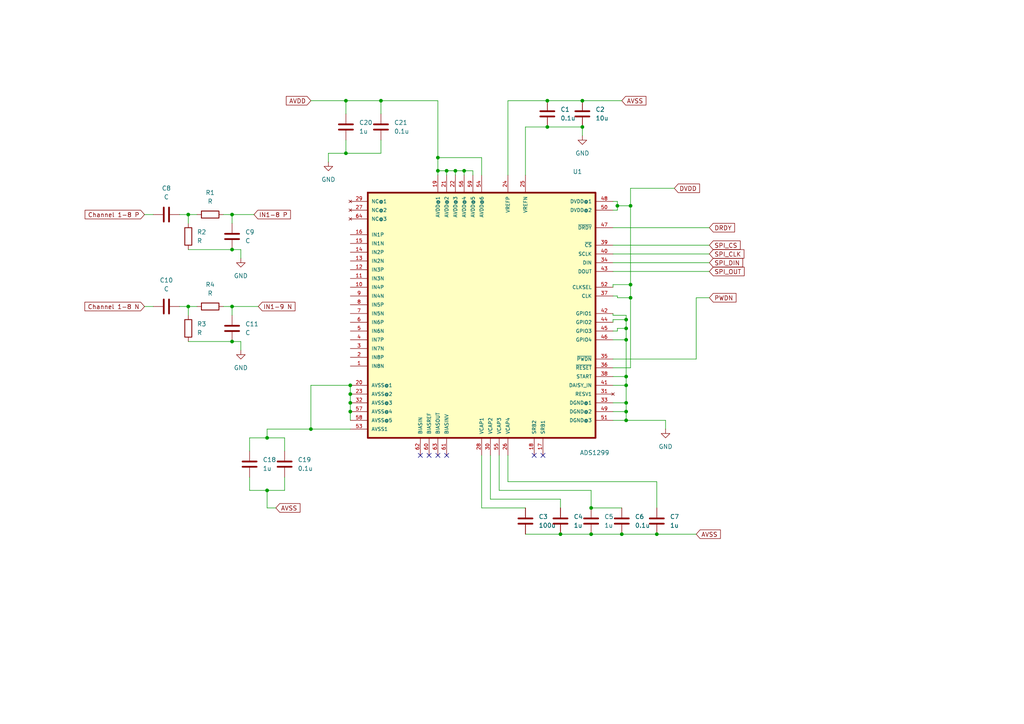
<source format=kicad_sch>
(kicad_sch (version 20231120) (generator "eeschema") (generator_version "8.0")
  (paper "A4")
  (lib_symbols
    (symbol "ADS1299:ADS1299" (pin_names (offset 1.016))
      (property "Reference" "U" (at -17.272 15.24 0))
      (property "Value" "ADS1299" (at -16.764 -17.018 0))
      (symbol "ADS1299_0_0"
        (rectangle (start -33.782 -36.068) (end 32.258 35.052) (stroke (width 0.508)) (fill (type background)))
        (pin input line (at -38.862 -15.24 0) (length 5.08) (name "IN8N") (number "1"))
        (pin input line (at -38.862 7.62 0) (length 5.08) (name "IN4P") (number "10"))
        (pin input line (at -38.862 10.16 0) (length 5.08) (name "IN3N") (number "11"))
        (pin input line (at -38.862 12.7 0) (length 5.08) (name "IN3P") (number "12"))
        (pin input line (at -38.862 15.24 0) (length 5.08) (name "IN2N") (number "13"))
        (pin input line (at -38.862 17.78 0) (length 5.08) (name "IN2P") (number "14"))
        (pin input line (at -38.862 20.32 0) (length 5.08) (name "IN1N") (number "15"))
        (pin input line (at -38.862 22.86 0) (length 5.08) (name "IN1P") (number "16"))
        (pin output line (at 17.018 -41.148 90) (length 5.08) (name "SRB1") (number "17"))
        (pin output line (at 14.478 -41.148 90) (length 5.08) (name "SRB2") (number "18"))
        (pin power_in line (at -13.462 40.132 270) (length 5.08) (name "AVDD@1") (number "19"))
        (pin input line (at -38.862 -12.7 0) (length 5.08) (name "IN8P") (number "2"))
        (pin power_in line (at -38.862 -20.828 0) (length 5.08) (name "AVSS@1") (number "20"))
        (pin power_in line (at -10.922 40.132 270) (length 5.08) (name "AVDD@2") (number "21"))
        (pin power_in line (at -8.382 40.132 270) (length 5.08) (name "AVDD@3") (number "22"))
        (pin power_in line (at -38.862 -23.368 0) (length 5.08) (name "AVSS@2") (number "23"))
        (pin bidirectional line (at 6.858 40.132 270) (length 5.08) (name "VREFP") (number "24"))
        (pin bidirectional line (at 11.938 40.132 270) (length 5.08) (name "VREFN") (number "25"))
        (pin bidirectional line (at 6.858 -41.148 90) (length 5.08) (name "VCAP4") (number "26"))
        (pin no_connect line (at -38.862 29.972 0) (length 5.08) (name "NC@2") (number "27"))
        (pin bidirectional line (at -0.762 -41.148 90) (length 5.08) (name "VCAP1") (number "28"))
        (pin no_connect line (at -38.862 32.512 0) (length 5.08) (name "NC@1") (number "29"))
        (pin input line (at -38.862 -10.16 0) (length 5.08) (name "IN7N") (number "3"))
        (pin bidirectional line (at 1.778 -41.148 90) (length 5.08) (name "VCAP2") (number "30"))
        (pin no_connect line (at 37.338 -23.368 180) (length 5.08) (name "RESV1") (number "31"))
        (pin power_in line (at -38.862 -25.908 0) (length 5.08) (name "AVSS@3") (number "32"))
        (pin power_in line (at 37.338 -25.908 180) (length 5.08) (name "DGND@1") (number "33"))
        (pin input line (at 37.338 14.732 180) (length 5.08) (name "DIN") (number "34"))
        (pin input line (at 37.338 -13.208 180) (length 5.08) (name "~{PWDN}") (number "35"))
        (pin input line (at 37.338 -15.748 180) (length 5.08) (name "~{RESET}") (number "36"))
        (pin input line (at 37.338 5.08 180) (length 5.08) (name "CLK") (number "37"))
        (pin input line (at 37.338 -18.288 180) (length 5.08) (name "START") (number "38"))
        (pin input line (at 37.338 19.812 180) (length 5.08) (name "~{CS}") (number "39"))
        (pin input line (at -38.862 -7.62 0) (length 5.08) (name "IN7P") (number "4"))
        (pin input line (at 37.338 17.272 180) (length 5.08) (name "SCLK") (number "40"))
        (pin input line (at 37.338 -20.828 180) (length 5.08) (name "DAISY_IN") (number "41"))
        (pin bidirectional line (at 37.338 0 180) (length 5.08) (name "GPIO1") (number "42"))
        (pin output line (at 37.338 12.192 180) (length 5.08) (name "DOUT") (number "43"))
        (pin bidirectional line (at 37.338 -2.54 180) (length 5.08) (name "GPIO2") (number "44"))
        (pin bidirectional line (at 37.338 -5.08 180) (length 5.08) (name "GPIO3") (number "45"))
        (pin bidirectional line (at 37.338 -7.62 180) (length 5.08) (name "GPIO4") (number "46"))
        (pin output line (at 37.338 24.892 180) (length 5.08) (name "~{DRDY}") (number "47"))
        (pin power_in line (at 37.338 32.512 180) (length 5.08) (name "DVDD@1") (number "48"))
        (pin power_in line (at 37.338 -28.448 180) (length 5.08) (name "DGND@2") (number "49"))
        (pin input line (at -38.862 -5.08 0) (length 5.08) (name "IN6N") (number "5"))
        (pin power_in line (at 37.338 29.972 180) (length 5.08) (name "DVDD@2") (number "50"))
        (pin power_in line (at 37.338 -30.988 180) (length 5.08) (name "DGND@3") (number "51"))
        (pin input line (at 37.338 7.62 180) (length 5.08) (name "CLKSEL") (number "52"))
        (pin power_in line (at -38.862 -33.528 0) (length 5.08) (name "AVSS1") (number "53"))
        (pin power_in line (at -0.762 40.132 270) (length 5.08) (name "AVDD@6") (number "54"))
        (pin bidirectional line (at 4.318 -41.148 90) (length 5.08) (name "VCAP3") (number "55"))
        (pin power_in line (at -5.842 40.132 270) (length 5.08) (name "AVDD@4") (number "56"))
        (pin power_in line (at -38.862 -28.448 0) (length 5.08) (name "AVSS@4") (number "57"))
        (pin power_in line (at -38.862 -30.988 0) (length 5.08) (name "AVSS@5") (number "58"))
        (pin power_in line (at -3.302 40.132 270) (length 5.08) (name "AVDD@5") (number "59"))
        (pin input line (at -38.862 -2.54 0) (length 5.08) (name "IN6P") (number "6"))
        (pin input line (at -16.002 -41.148 90) (length 5.08) (name "BIASREF") (number "60"))
        (pin bidirectional line (at -10.922 -41.148 90) (length 5.08) (name "BIASINV") (number "61"))
        (pin input line (at -18.542 -41.148 90) (length 5.08) (name "BIASIN") (number "62"))
        (pin output line (at -13.462 -41.148 90) (length 5.08) (name "BIASOUT") (number "63"))
        (pin no_connect line (at -38.862 27.432 0) (length 5.08) (name "NC@3") (number "64"))
        (pin input line (at -38.862 0 0) (length 5.08) (name "IN5N") (number "7"))
        (pin input line (at -38.862 2.54 0) (length 5.08) (name "IN5P") (number "8"))
        (pin input line (at -38.862 5.08 0) (length 5.08) (name "IN4N") (number "9"))
      )
    )
    (symbol "Device:C" (pin_numbers hide) (pin_names (offset 0.254))
      (property "Reference" "C" (at 0.635 2.54 0))
      (property "Value" "C" (at 0.635 -2.54 0))
      (symbol "C_0_1"
        (polyline (pts (xy -2.032 -0.762) (xy 2.032 -0.762)) (stroke (width 0.508)))
        (polyline (pts (xy -2.032 0.762) (xy 2.032 0.762)) (stroke (width 0.508)))
      )
      (symbol "C_1_1"
        (pin passive line (at 0 3.81 270) (length 2.794) (name "~") (number "1"))
        (pin passive line (at 0 -3.81 90) (length 2.794) (name "~") (number "2"))
      )
    )
    (symbol "Device:R" (pin_numbers hide) (pin_names (offset 0))
      (property "Reference" "R" (at 2.032 0 90))
      (property "Value" "R" (at 0 0 90))
      (symbol "R_0_1"
        (rectangle (start -1.016 -2.54) (end 1.016 2.54) (stroke (width 0.254)))
      )
      (symbol "R_1_1"
        (pin passive line (at 0 3.81 270) (length 1.27) (name "~") (number "1"))
        (pin passive line (at 0 -3.81 90) (length 1.27) (name "~") (number "2"))
      )
    )
    (symbol "power:GND" (power) (pin_numbers hide) (pin_names (offset 0) hide)
      (property "Value" "GND" (at 0 -3.81 0))
      (symbol "GND_0_1"
        (polyline (pts (xy 0 0) (xy 0 -1.27) (xy 1.27 -1.27) (xy 0 -2.54) (xy -1.27 -1.27) (xy 0 -1.27)))
      )
      (symbol "GND_1_1"
        (pin power_in line (at 0 0 270) (length 0) (name "~") (number "1"))
      )
    )
  )
  (junction (at 190.5 154.94))
  (junction (at 67.31 88.9))
  (junction (at 77.47 142.24))
  (junction (at 181.61 119.38))
  (junction (at 182.88 82.55))
  (junction (at 100.33 29.21))
  (junction (at 182.88 86.36))
  (junction (at 127 49.53))
  (junction (at 110.49 29.21))
  (junction (at 168.91 36.83))
  (junction (at 67.31 99.06))
  (junction (at 181.61 92.71))
  (junction (at 67.31 62.23))
  (junction (at 181.61 109.22))
  (junction (at 100.33 44.45))
  (junction (at 181.61 116.84))
  (junction (at 132.08 49.53))
  (junction (at 134.62 49.53))
  (junction (at 77.47 127))
  (junction (at 168.91 29.21))
  (junction (at 101.6 111.76))
  (junction (at 129.54 49.53))
  (junction (at 101.6 119.38))
  (junction (at 180.34 154.94))
  (junction (at 90.17 124.46))
  (junction (at 181.61 95.25))
  (junction (at 158.75 29.21))
  (junction (at 54.61 62.23))
  (junction (at 181.61 121.92))
  (junction (at 162.56 154.94))
  (junction (at 158.75 36.83))
  (junction (at 181.61 98.552))
  (junction (at 182.88 59.69))
  (junction (at 67.31 72.39))
  (junction (at 54.61 88.9))
  (junction (at 171.45 147.32))
  (junction (at 101.6 114.3))
  (junction (at 179.07 59.69))
  (junction (at 181.61 111.76))
  (junction (at 127 45.72))
  (junction (at 101.6 116.84))
  (junction (at 171.45 154.94))
  (no_connect (at 127 132.08))
  (no_connect (at 121.92 132.08))
  (no_connect (at 124.46 132.08))
  (no_connect (at 157.48 132.08))
  (no_connect (at 129.54 132.08))
  (no_connect (at 154.94 132.08))
  (wire (pts (xy 72.39 127) (xy 77.47 127)))
  (wire (pts (xy 181.61 111.76) (xy 181.61 116.84)))
  (wire (pts (xy 181.61 95.25) (xy 179.07 95.25)))
  (wire (pts (xy 142.24 132.08) (xy 142.24 144.78)))
  (wire (pts (xy 147.32 50.8) (xy 147.32 29.21)))
  (wire (pts (xy 129.54 50.8) (xy 129.54 49.53)))
  (wire (pts (xy 171.45 147.32) (xy 180.34 147.32)))
  (wire (pts (xy 67.31 62.23) (xy 73.66 62.23)))
  (wire (pts (xy 67.31 91.44) (xy 67.31 88.9)))
  (wire (pts (xy 101.6 111.76) (xy 90.17 111.76)))
  (wire (pts (xy 162.56 144.78) (xy 162.56 147.32)))
  (wire (pts (xy 101.6 111.76) (xy 101.6 114.3)))
  (wire (pts (xy 127 50.8) (xy 127 49.53)))
  (wire (pts (xy 90.17 111.76) (xy 90.17 124.46)))
  (wire (pts (xy 177.8 106.68) (xy 182.88 106.68)))
  (wire (pts (xy 177.8 66.04) (xy 205.74 66.04)))
  (wire (pts (xy 72.39 142.24) (xy 77.47 142.24)))
  (wire (pts (xy 182.88 54.61) (xy 195.58 54.61)))
  (wire (pts (xy 110.49 29.21) (xy 110.49 33.02)))
  (wire (pts (xy 182.88 106.68) (xy 182.88 86.36)))
  (wire (pts (xy 181.61 109.22) (xy 181.61 111.76)))
  (wire (pts (xy 177.8 111.76) (xy 181.61 111.76)))
  (wire (pts (xy 147.32 132.08) (xy 147.32 139.7)))
  (wire (pts (xy 129.54 49.53) (xy 127 49.53)))
  (wire (pts (xy 152.4 36.83) (xy 158.75 36.83)))
  (wire (pts (xy 180.34 154.94) (xy 190.5 154.94)))
  (wire (pts (xy 54.61 62.23) (xy 54.61 64.77)))
  (wire (pts (xy 181.61 98.552) (xy 181.61 109.22)))
  (wire (pts (xy 52.07 62.23) (xy 54.61 62.23)))
  (wire (pts (xy 193.04 121.92) (xy 193.04 124.46)))
  (wire (pts (xy 179.07 86.36) (xy 179.07 85.852)))
  (wire (pts (xy 168.91 36.83) (xy 168.91 39.37)))
  (wire (pts (xy 101.6 119.38) (xy 101.6 121.92)))
  (wire (pts (xy 52.07 88.9) (xy 54.61 88.9)))
  (wire (pts (xy 127 45.72) (xy 127 49.53)))
  (wire (pts (xy 134.62 50.8) (xy 134.62 49.53)))
  (wire (pts (xy 152.4 154.94) (xy 162.56 154.94)))
  (wire (pts (xy 139.7 50.8) (xy 139.7 45.72)))
  (wire (pts (xy 67.31 62.23) (xy 64.77 62.23)))
  (wire (pts (xy 137.16 49.53) (xy 134.62 49.53)))
  (wire (pts (xy 190.5 154.94) (xy 201.93 154.94)))
  (wire (pts (xy 179.07 86.36) (xy 182.88 86.36)))
  (wire (pts (xy 110.49 40.64) (xy 110.49 44.45)))
  (wire (pts (xy 171.45 154.94) (xy 180.34 154.94)))
  (wire (pts (xy 190.5 139.7) (xy 190.5 147.32)))
  (wire (pts (xy 182.88 86.36) (xy 182.88 82.55)))
  (wire (pts (xy 100.33 44.45) (xy 110.49 44.45)))
  (wire (pts (xy 139.7 147.32) (xy 152.4 147.32)))
  (wire (pts (xy 132.08 50.8) (xy 132.08 49.53)))
  (wire (pts (xy 147.32 29.21) (xy 158.75 29.21)))
  (wire (pts (xy 147.32 139.7) (xy 190.5 139.7)))
  (wire (pts (xy 80.01 147.32) (xy 77.47 147.32)))
  (wire (pts (xy 95.25 44.45) (xy 95.25 46.99)))
  (wire (pts (xy 101.6 114.3) (xy 101.6 116.84)))
  (wire (pts (xy 177.8 119.38) (xy 181.61 119.38)))
  (wire (pts (xy 179.07 59.69) (xy 179.07 58.42)))
  (wire (pts (xy 67.31 72.39) (xy 69.85 72.39)))
  (wire (pts (xy 67.31 64.77) (xy 67.31 62.23)))
  (wire (pts (xy 77.47 127) (xy 82.55 127)))
  (wire (pts (xy 177.8 91.44) (xy 177.8 90.932)))
  (wire (pts (xy 177.8 92.71) (xy 181.61 92.71)))
  (wire (pts (xy 179.07 60.96) (xy 179.07 59.69)))
  (wire (pts (xy 67.31 88.9) (xy 74.93 88.9)))
  (wire (pts (xy 177.8 91.44) (xy 181.61 91.44)))
  (wire (pts (xy 69.85 99.06) (xy 69.85 101.6)))
  (wire (pts (xy 181.61 95.25) (xy 181.61 98.552)))
  (wire (pts (xy 41.91 88.9) (xy 44.45 88.9)))
  (wire (pts (xy 181.61 91.44) (xy 181.61 92.71)))
  (wire (pts (xy 100.33 29.21) (xy 110.49 29.21)))
  (wire (pts (xy 127 29.21) (xy 127 45.72)))
  (wire (pts (xy 177.8 71.12) (xy 205.74 71.12)))
  (wire (pts (xy 201.93 86.36) (xy 205.74 86.36)))
  (wire (pts (xy 179.07 96.012) (xy 177.8 96.012)))
  (wire (pts (xy 142.24 144.78) (xy 162.56 144.78)))
  (wire (pts (xy 41.91 62.23) (xy 44.45 62.23)))
  (wire (pts (xy 100.33 40.64) (xy 100.33 44.45)))
  (wire (pts (xy 100.33 44.45) (xy 95.25 44.45)))
  (wire (pts (xy 54.61 99.06) (xy 67.31 99.06)))
  (wire (pts (xy 67.31 99.06) (xy 69.85 99.06)))
  (wire (pts (xy 77.47 124.46) (xy 77.47 127)))
  (wire (pts (xy 182.88 82.55) (xy 182.88 59.69)))
  (wire (pts (xy 54.61 62.23) (xy 57.15 62.23)))
  (wire (pts (xy 179.07 59.69) (xy 182.88 59.69)))
  (wire (pts (xy 182.88 59.69) (xy 182.88 54.61)))
  (wire (pts (xy 177.8 109.22) (xy 181.61 109.22)))
  (wire (pts (xy 158.75 36.83) (xy 168.91 36.83)))
  (wire (pts (xy 144.78 132.08) (xy 144.78 142.24)))
  (wire (pts (xy 90.17 29.21) (xy 100.33 29.21)))
  (wire (pts (xy 110.49 29.21) (xy 127 29.21)))
  (wire (pts (xy 181.61 116.84) (xy 181.61 119.38)))
  (wire (pts (xy 179.07 58.42) (xy 177.8 58.42)))
  (wire (pts (xy 177.8 60.96) (xy 179.07 60.96)))
  (wire (pts (xy 158.75 29.21) (xy 168.91 29.21)))
  (wire (pts (xy 77.47 142.24) (xy 77.47 147.32)))
  (wire (pts (xy 177.8 78.74) (xy 205.74 78.74)))
  (wire (pts (xy 179.07 95.25) (xy 179.07 96.012)))
  (wire (pts (xy 171.45 142.24) (xy 171.45 147.32)))
  (wire (pts (xy 177.8 92.71) (xy 177.8 93.472)))
  (wire (pts (xy 67.31 88.9) (xy 64.77 88.9)))
  (wire (pts (xy 162.56 154.94) (xy 171.45 154.94)))
  (wire (pts (xy 139.7 132.08) (xy 139.7 147.32)))
  (wire (pts (xy 132.08 49.53) (xy 129.54 49.53)))
  (wire (pts (xy 139.7 45.72) (xy 127 45.72)))
  (wire (pts (xy 177.8 104.14) (xy 201.93 104.14)))
  (wire (pts (xy 181.61 98.552) (xy 177.8 98.552)))
  (wire (pts (xy 177.8 82.55) (xy 177.8 83.312)))
  (wire (pts (xy 54.61 72.39) (xy 67.31 72.39)))
  (wire (pts (xy 177.8 121.92) (xy 181.61 121.92)))
  (wire (pts (xy 177.8 76.2) (xy 205.74 76.2)))
  (wire (pts (xy 181.61 119.38) (xy 181.61 121.92)))
  (wire (pts (xy 100.33 33.02) (xy 100.33 29.21)))
  (wire (pts (xy 82.55 127) (xy 82.55 130.81)))
  (wire (pts (xy 201.93 104.14) (xy 201.93 86.36)))
  (wire (pts (xy 181.61 121.92) (xy 193.04 121.92)))
  (wire (pts (xy 168.91 29.21) (xy 180.34 29.21)))
  (wire (pts (xy 182.88 82.55) (xy 177.8 82.55)))
  (wire (pts (xy 90.17 124.46) (xy 101.6 124.46)))
  (wire (pts (xy 72.39 142.24) (xy 72.39 138.43)))
  (wire (pts (xy 179.07 85.852) (xy 177.8 85.852)))
  (wire (pts (xy 54.61 88.9) (xy 54.61 91.44)))
  (wire (pts (xy 54.61 88.9) (xy 57.15 88.9)))
  (wire (pts (xy 177.8 116.84) (xy 181.61 116.84)))
  (wire (pts (xy 137.16 50.8) (xy 137.16 49.53)))
  (wire (pts (xy 77.47 142.24) (xy 82.55 142.24)))
  (wire (pts (xy 72.39 130.81) (xy 72.39 127)))
  (wire (pts (xy 144.78 142.24) (xy 171.45 142.24)))
  (wire (pts (xy 152.4 36.83) (xy 152.4 50.8)))
  (wire (pts (xy 181.61 92.71) (xy 181.61 95.25)))
  (wire (pts (xy 101.6 116.84) (xy 101.6 119.38)))
  (wire (pts (xy 82.55 138.43) (xy 82.55 142.24)))
  (wire (pts (xy 90.17 124.46) (xy 77.47 124.46)))
  (wire (pts (xy 69.85 72.39) (xy 69.85 74.93)))
  (wire (pts (xy 177.8 73.66) (xy 205.74 73.66)))
  (wire (pts (xy 134.62 49.53) (xy 132.08 49.53)))
  (global_label "AVSS" (shape input) (at 201.93 154.94 0) (property "Intersheetrefs" "${INTERSHEET_REFS}" (effects (hide yes))))
  (global_label "Channel 1-8 N" (shape input) (at 41.91 88.9 180) (property "Intersheetrefs" "${INTERSHEET_REFS}" (effects (hide yes))))
  (global_label "AVSS" (shape input) (at 80.01 147.32 0) (property "Intersheetrefs" "${INTERSHEET_REFS}" (effects (hide yes))))
  (global_label "SPI_CLK" (shape input) (at 205.74 73.66 0) (property "Intersheetrefs" "${INTERSHEET_REFS}" (effects (hide yes))))
  (global_label "SPI_OUT" (shape input) (at 205.74 78.74 0) (property "Intersheetrefs" "${INTERSHEET_REFS}" (effects (hide yes))))
  (global_label "IN1-8 P" (shape input) (at 73.66 62.23 0) (property "Intersheetrefs" "${INTERSHEET_REFS}" (effects (hide yes))))
  (global_label "AVSS" (shape input) (at 180.34 29.21 0) (property "Intersheetrefs" "${INTERSHEET_REFS}" (effects (hide yes))))
  (global_label "AVDD" (shape input) (at 90.17 29.21 180) (property "Intersheetrefs" "${INTERSHEET_REFS}" (effects (hide yes))))
  (global_label "SPI_DIN" (shape input) (at 205.74 76.2 0) (property "Intersheetrefs" "${INTERSHEET_REFS}" (effects (hide yes))))
  (global_label "PWDN" (shape input) (at 205.74 86.36 0) (property "Intersheetrefs" "${INTERSHEET_REFS}" (effects (hide yes))))
  (global_label "DVDD" (shape input) (at 195.58 54.61 0) (property "Intersheetrefs" "${INTERSHEET_REFS}" (effects (hide yes))))
  (global_label "Channel 1-8 P" (shape input) (at 41.91 62.23 180) (property "Intersheetrefs" "${INTERSHEET_REFS}" (effects (hide yes))))
  (global_label "DRDY" (shape input) (at 205.74 66.04 0) (property "Intersheetrefs" "${INTERSHEET_REFS}" (effects (hide yes))))
  (global_label "SPI_CS" (shape input) (at 205.74 71.12 0) (property "Intersheetrefs" "${INTERSHEET_REFS}" (effects (hide yes))))
  (global_label "IN1-9 N" (shape input) (at 74.93 88.9 0) (property "Intersheetrefs" "${INTERSHEET_REFS}" (effects (hide yes))))
  (symbol (lib_id "Device:C") (at 48.26 62.23 90) (unit 1)
    (property "Reference" "C8" (at 48.26 54.61 90))
    (property "Value" "C" (at 48.26 57.15 90))
    (property "Description" "Unpolarized capacitor" (effects (hide yes)))
  )
  (symbol (lib_id "Device:R") (at 60.96 62.23 90) (unit 1)
    (property "Reference" "R1" (at 60.96 55.88 90))
    (property "Value" "R" (at 60.96 58.42 90))
    (property "Description" "Resistor" (effects (hide yes)))
  )
  (symbol (lib_id "power:GND") (at 168.91 39.37 0) (unit 1)
    (property "Reference" "#PWR01" (effects (hide yes)))
    (property "Value" "GND" (at 168.91 44.45 0))
    (property "Description" "Power symbol creates a global label with name \"GND\" , ground" (effects (hide yes)))
  )
  (symbol (lib_id "Device:C") (at 168.91 33.02 0) (unit 1)
    (property "Reference" "C2" (at 172.72 31.7499 0) (effects (justify left)))
    (property "Value" "10u" (at 172.72 34.2899 0) (effects (justify left)))
    (property "Description" "Unpolarized capacitor" (effects (hide yes)))
  )
  (symbol (lib_id "Device:C") (at 100.33 36.83 0) (unit 1)
    (property "Reference" "C20" (at 104.14 35.5599 0) (effects (justify left)))
    (property "Value" "1u" (at 104.14 38.0999 0) (effects (justify left)))
    (property "Description" "Unpolarized capacitor" (effects (hide yes)))
  )
  (symbol (lib_id "power:GND") (at 69.85 101.6 0) (unit 1)
    (property "Reference" "#PWR03" (effects (hide yes)))
    (property "Value" "GND" (at 69.85 106.68 0))
    (property "Description" "Power symbol creates a global label with name \"GND\" , ground" (effects (hide yes)))
  )
  (symbol (lib_id "Device:C") (at 190.5 151.13 0) (unit 1)
    (property "Reference" "C7" (at 194.31 149.8599 0) (effects (justify left)))
    (property "Value" "1u" (at 194.31 152.3999 0) (effects (justify left)))
    (property "Description" "Unpolarized capacitor" (effects (hide yes)))
  )
  (symbol (lib_id "Device:C") (at 162.56 151.13 0) (unit 1)
    (property "Reference" "C4" (at 166.37 149.8599 0) (effects (justify left)))
    (property "Value" "1u" (at 166.37 152.3999 0) (effects (justify left)))
    (property "Description" "Unpolarized capacitor" (effects (hide yes)))
  )
  (symbol (lib_id "Device:C") (at 171.45 151.13 0) (unit 1)
    (property "Reference" "C5" (at 175.26 149.8599 0) (effects (justify left)))
    (property "Value" "1u" (at 175.26 152.3999 0) (effects (justify left)))
    (property "Description" "Unpolarized capacitor" (effects (hide yes)))
  )
  (symbol (lib_id "Device:R") (at 54.61 68.58 0) (unit 1)
    (property "Reference" "R2" (at 57.15 67.3099 0) (effects (justify left)))
    (property "Value" "R" (at 57.15 69.8499 0) (effects (justify left)))
    (property "Description" "Resistor" (effects (hide yes)))
  )
  (symbol (lib_id "Device:C") (at 67.31 95.25 0) (unit 1)
    (property "Reference" "C11" (at 71.12 93.9799 0) (effects (justify left)))
    (property "Value" "C" (at 71.12 96.5199 0) (effects (justify left)))
    (property "Description" "Unpolarized capacitor" (effects (hide yes)))
  )
  (symbol (lib_id "Device:C") (at 110.49 36.83 0) (unit 1)
    (property "Reference" "C21" (at 114.3 35.5599 0) (effects (justify left)))
    (property "Value" "0.1u" (at 114.3 38.0999 0) (effects (justify left)))
    (property "Description" "Unpolarized capacitor" (effects (hide yes)))
  )
  (symbol (lib_id "Device:C") (at 180.34 151.13 0) (unit 1)
    (property "Reference" "C6" (at 184.15 149.8599 0) (effects (justify left)))
    (property "Value" "0.1u" (at 184.15 152.3999 0) (effects (justify left)))
    (property "Description" "Unpolarized capacitor" (effects (hide yes)))
  )
  (symbol (lib_id "Device:R") (at 60.96 88.9 90) (unit 1)
    (property "Reference" "R4" (at 60.96 82.55 90))
    (property "Value" "R" (at 60.96 85.09 90))
    (property "Description" "Resistor" (effects (hide yes)))
  )
  (symbol (lib_id "power:GND") (at 95.25 46.99 0) (unit 1)
    (property "Reference" "#PWR04" (effects (hide yes)))
    (property "Value" "GND" (at 95.25 52.07 0))
    (property "Description" "Power symbol creates a global label with name \"GND\" , ground" (effects (hide yes)))
  )
  (symbol (lib_id "ADS1299:ADS1299") (at 140.462 90.932 0) (unit 1)
    (property "Reference" "U1" (at 166.116 49.784 0) (effects (justify left)))
    (property "Value" "ADS1299" (at 168.148 131.318 0) (effects (justify left)))
    (property "Footprint" "ADS1299:TQFP64" (effects (hide yes)))
    (property "MF" "Texas Instruments" (effects (hide yes)))
    (property "Description_1" "\n                        \n                            AFE General Purpose 8 ADC 24bit 5V 64-Pin TQFP Tube\n                        \n" (effects (hide yes)))
    (property "Package" "TQFP-64 Texas Instruments" (effects (hide yes)))
    (property "Price" "None" (effects (hide yes)))
    (property "SnapEDA_Link" "https://www.snapeda.com/parts/ADS1299/Texas+Instruments/view-part/?ref=snap" (effects (hide yes)))
    (property "MP" "ADS1299" (effects (hide yes)))
    (property "Availability" "Not in stock" (effects (hide yes)))
    (property "Check_prices" "https://www.snapeda.com/parts/ADS1299/Texas+Instruments/view-part/?ref=eda" (effects (hide yes)))
  )
  (symbol (lib_id "Device:C") (at 72.39 134.62 0) (unit 1)
    (property "Reference" "C18" (at 76.2 133.3499 0) (effects (justify left)))
    (property "Value" "1u" (at 76.2 135.8899 0) (effects (justify left)))
    (property "Description" "Unpolarized capacitor" (effects (hide yes)))
  )
  (symbol (lib_id "power:GND") (at 193.04 124.46 0) (unit 1)
    (property "Reference" "#PWR05" (effects (hide yes)))
    (property "Value" "GND" (at 193.04 129.54 0))
    (property "Description" "Power symbol creates a global label with name \"GND\" , ground" (effects (hide yes)))
  )
  (symbol (lib_id "Device:C") (at 82.55 134.62 0) (unit 1)
    (property "Reference" "C19" (at 86.36 133.3499 0) (effects (justify left)))
    (property "Value" "0.1u" (at 86.36 135.8899 0) (effects (justify left)))
    (property "Description" "Unpolarized capacitor" (effects (hide yes)))
  )
  (symbol (lib_id "Device:R") (at 54.61 95.25 0) (unit 1)
    (property "Reference" "R3" (at 57.15 93.9799 0) (effects (justify left)))
    (property "Value" "R" (at 57.15 96.5199 0) (effects (justify left)))
    (property "Description" "Resistor" (effects (hide yes)))
  )
  (symbol (lib_id "Device:C") (at 67.31 68.58 0) (unit 1)
    (property "Reference" "C9" (at 71.12 67.3099 0) (effects (justify left)))
    (property "Value" "C" (at 71.12 69.8499 0) (effects (justify left)))
    (property "Description" "Unpolarized capacitor" (effects (hide yes)))
  )
  (symbol (lib_id "power:GND") (at 69.85 74.93 0) (unit 1)
    (property "Reference" "#PWR02" (effects (hide yes)))
    (property "Value" "GND" (at 69.85 80.01 0))
    (property "Description" "Power symbol creates a global label with name \"GND\" , ground" (effects (hide yes)))
  )
  (symbol (lib_id "Device:C") (at 48.26 88.9 90) (unit 1)
    (property "Reference" "C10" (at 48.26 81.28 90))
    (property "Value" "C" (at 48.26 83.82 90))
    (property "Description" "Unpolarized capacitor" (effects (hide yes)))
  )
  (symbol (lib_id "Device:C") (at 158.75 33.02 0) (unit 1)
    (property "Reference" "C1" (at 162.56 31.7499 0) (effects (justify left)))
    (property "Value" "0.1u" (at 162.56 34.2899 0) (effects (justify left)))
    (property "Description" "Unpolarized capacitor" (effects (hide yes)))
  )
  (symbol (lib_id "Device:C") (at 152.4 151.13 0) (unit 1)
    (property "Reference" "C3" (at 156.21 149.8599 0) (effects (justify left)))
    (property "Value" "100u" (at 156.21 152.3999 0) (effects (justify left)))
    (property "Description" "Unpolarized capacitor" (effects (hide yes)))
  )
)
</source>
